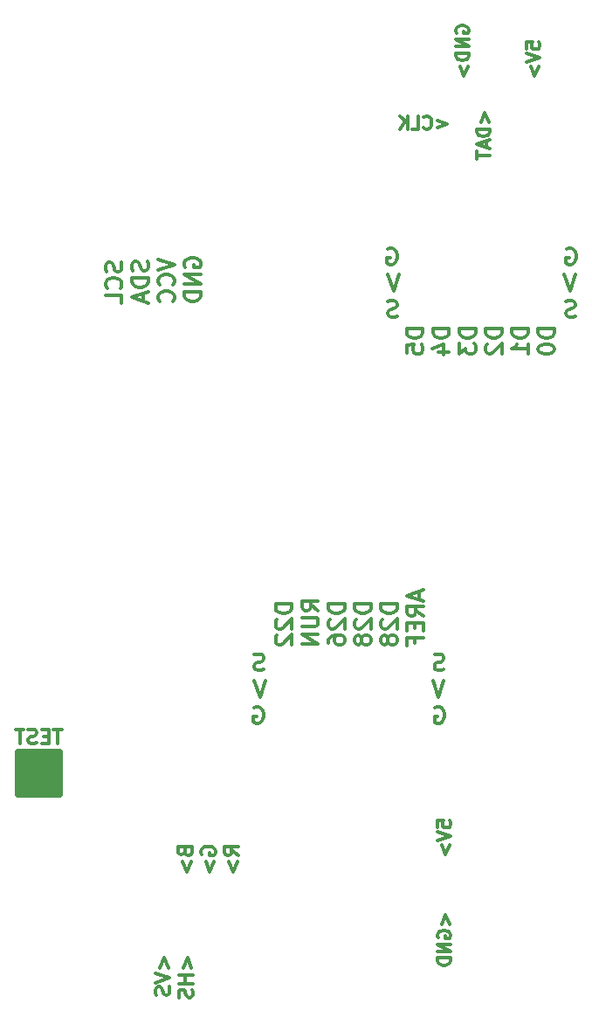
<source format=gbo>
G04 #@! TF.GenerationSoftware,KiCad,Pcbnew,(6.0.1)*
G04 #@! TF.CreationDate,2022-06-18T06:04:39-04:00*
G04 #@! TF.ProjectId,PiPicoMite03,50695069-636f-44d6-9974-6530332e6b69,2*
G04 #@! TF.SameCoordinates,Original*
G04 #@! TF.FileFunction,Legend,Bot*
G04 #@! TF.FilePolarity,Positive*
%FSLAX46Y46*%
G04 Gerber Fmt 4.6, Leading zero omitted, Abs format (unit mm)*
G04 Created by KiCad (PCBNEW (6.0.1)) date 2022-06-18 06:04:39*
%MOMM*%
%LPD*%
G01*
G04 APERTURE LIST*
%ADD10C,0.349250*%
%ADD11C,0.317500*%
%ADD12C,0.304800*%
%ADD13C,0.650000*%
G04 APERTURE END LIST*
D10*
X251293463Y-26398375D02*
X251444654Y-26322779D01*
X251671439Y-26322779D01*
X251898225Y-26398375D01*
X252049416Y-26549565D01*
X252125011Y-26700755D01*
X252200606Y-27003136D01*
X252200606Y-27229922D01*
X252125011Y-27532303D01*
X252049416Y-27683494D01*
X251898225Y-27834684D01*
X251671439Y-27910279D01*
X251520249Y-27910279D01*
X251293463Y-27834684D01*
X251217868Y-27759089D01*
X251217868Y-27229922D01*
X251520249Y-27229922D01*
X252351797Y-28878654D02*
X251822630Y-30466154D01*
X251293463Y-28878654D01*
X252200606Y-32946434D02*
X251973820Y-33022029D01*
X251595844Y-33022029D01*
X251444654Y-32946434D01*
X251369058Y-32870839D01*
X251293463Y-32719648D01*
X251293463Y-32568458D01*
X251369058Y-32417267D01*
X251444654Y-32341672D01*
X251595844Y-32266077D01*
X251898225Y-32190482D01*
X252049416Y-32114886D01*
X252125011Y-32039291D01*
X252200606Y-31888101D01*
X252200606Y-31736910D01*
X252125011Y-31585720D01*
X252049416Y-31510125D01*
X251898225Y-31434529D01*
X251520249Y-31434529D01*
X251293463Y-31510125D01*
X256706536Y-67174684D02*
X256479750Y-67250279D01*
X256101774Y-67250279D01*
X255950583Y-67174684D01*
X255874988Y-67099089D01*
X255799393Y-66947898D01*
X255799393Y-66796708D01*
X255874988Y-66645517D01*
X255950583Y-66569922D01*
X256101774Y-66494327D01*
X256404155Y-66418732D01*
X256555345Y-66343136D01*
X256630941Y-66267541D01*
X256706536Y-66116351D01*
X256706536Y-65965160D01*
X256630941Y-65813970D01*
X256555345Y-65738375D01*
X256404155Y-65662779D01*
X256026179Y-65662779D01*
X255799393Y-65738375D01*
X256706536Y-68218654D02*
X256177369Y-69806154D01*
X255648202Y-68218654D01*
X255874988Y-70850125D02*
X256026179Y-70774529D01*
X256252964Y-70774529D01*
X256479750Y-70850125D01*
X256630941Y-71001315D01*
X256706536Y-71152505D01*
X256782131Y-71454886D01*
X256782131Y-71681672D01*
X256706536Y-71984053D01*
X256630941Y-72135244D01*
X256479750Y-72286434D01*
X256252964Y-72362029D01*
X256101774Y-72362029D01*
X255874988Y-72286434D01*
X255799393Y-72210839D01*
X255799393Y-71681672D01*
X256101774Y-71681672D01*
X268634988Y-26398375D02*
X268786179Y-26322779D01*
X269012964Y-26322779D01*
X269239750Y-26398375D01*
X269390941Y-26549565D01*
X269466536Y-26700755D01*
X269542131Y-27003136D01*
X269542131Y-27229922D01*
X269466536Y-27532303D01*
X269390941Y-27683494D01*
X269239750Y-27834684D01*
X269012964Y-27910279D01*
X268861774Y-27910279D01*
X268634988Y-27834684D01*
X268559393Y-27759089D01*
X268559393Y-27229922D01*
X268861774Y-27229922D01*
X269466536Y-28878654D02*
X268937369Y-30466154D01*
X268408202Y-28878654D01*
X269466536Y-32946434D02*
X269239750Y-33022029D01*
X268861774Y-33022029D01*
X268710583Y-32946434D01*
X268634988Y-32870839D01*
X268559393Y-32719648D01*
X268559393Y-32568458D01*
X268634988Y-32417267D01*
X268710583Y-32341672D01*
X268861774Y-32266077D01*
X269164155Y-32190482D01*
X269315345Y-32114886D01*
X269390941Y-32039291D01*
X269466536Y-31888101D01*
X269466536Y-31736910D01*
X269390941Y-31585720D01*
X269315345Y-31510125D01*
X269164155Y-31434529D01*
X268786179Y-31434529D01*
X268559393Y-31510125D01*
X239246606Y-67174684D02*
X239019820Y-67250279D01*
X238641844Y-67250279D01*
X238490654Y-67174684D01*
X238415058Y-67099089D01*
X238339463Y-66947898D01*
X238339463Y-66796708D01*
X238415058Y-66645517D01*
X238490654Y-66569922D01*
X238641844Y-66494327D01*
X238944225Y-66418732D01*
X239095416Y-66343136D01*
X239171011Y-66267541D01*
X239246606Y-66116351D01*
X239246606Y-65965160D01*
X239171011Y-65813970D01*
X239095416Y-65738375D01*
X238944225Y-65662779D01*
X238566249Y-65662779D01*
X238339463Y-65738375D01*
X239397797Y-68218654D02*
X238868630Y-69806154D01*
X238339463Y-68218654D01*
X238339463Y-70850125D02*
X238490654Y-70774529D01*
X238717439Y-70774529D01*
X238944225Y-70850125D01*
X239095416Y-71001315D01*
X239171011Y-71152505D01*
X239246606Y-71454886D01*
X239246606Y-71681672D01*
X239171011Y-71984053D01*
X239095416Y-72135244D01*
X238944225Y-72286434D01*
X238717439Y-72362029D01*
X238566249Y-72362029D01*
X238339463Y-72286434D01*
X238263868Y-72210839D01*
X238263868Y-71681672D01*
X238566249Y-71681672D01*
D11*
X260331857Y-14176375D02*
X260694714Y-13208755D01*
X261057571Y-14176375D01*
X261178523Y-14781136D02*
X259908523Y-14781136D01*
X259908523Y-15083517D01*
X259969000Y-15264946D01*
X260089952Y-15385898D01*
X260210904Y-15446375D01*
X260452809Y-15506851D01*
X260634238Y-15506851D01*
X260876142Y-15446375D01*
X260997095Y-15385898D01*
X261118047Y-15264946D01*
X261178523Y-15083517D01*
X261178523Y-14781136D01*
X260815666Y-15990660D02*
X260815666Y-16595422D01*
X261178523Y-15869708D02*
X259908523Y-16293041D01*
X261178523Y-16716375D01*
X259908523Y-16958279D02*
X259908523Y-17683994D01*
X261178523Y-17321136D02*
X259908523Y-17321136D01*
X256079625Y-13951857D02*
X257047244Y-14314714D01*
X256079625Y-14677571D01*
X254749148Y-14677571D02*
X254809625Y-14738047D01*
X254991053Y-14798523D01*
X255112005Y-14798523D01*
X255293434Y-14738047D01*
X255414386Y-14617095D01*
X255474863Y-14496142D01*
X255535339Y-14254238D01*
X255535339Y-14072809D01*
X255474863Y-13830904D01*
X255414386Y-13709952D01*
X255293434Y-13589000D01*
X255112005Y-13528523D01*
X254991053Y-13528523D01*
X254809625Y-13589000D01*
X254749148Y-13649476D01*
X253600101Y-14798523D02*
X254204863Y-14798523D01*
X254204863Y-13528523D01*
X253176767Y-14798523D02*
X253176767Y-13528523D01*
X252451053Y-14798523D02*
X252995339Y-14072809D01*
X252451053Y-13528523D02*
X253176767Y-14254238D01*
X257937000Y-5478386D02*
X257876523Y-5357434D01*
X257876523Y-5176005D01*
X257937000Y-4994577D01*
X258057952Y-4873625D01*
X258178904Y-4813148D01*
X258420809Y-4752672D01*
X258602238Y-4752672D01*
X258844142Y-4813148D01*
X258965095Y-4873625D01*
X259086047Y-4994577D01*
X259146523Y-5176005D01*
X259146523Y-5296958D01*
X259086047Y-5478386D01*
X259025571Y-5538863D01*
X258602238Y-5538863D01*
X258602238Y-5296958D01*
X259146523Y-6083148D02*
X257876523Y-6083148D01*
X259146523Y-6808863D01*
X257876523Y-6808863D01*
X259146523Y-7413625D02*
X257876523Y-7413625D01*
X257876523Y-7716005D01*
X257937000Y-7897434D01*
X258057952Y-8018386D01*
X258178904Y-8078863D01*
X258420809Y-8139339D01*
X258602238Y-8139339D01*
X258844142Y-8078863D01*
X258965095Y-8018386D01*
X259086047Y-7897434D01*
X259146523Y-7716005D01*
X259146523Y-7413625D01*
X258299857Y-8683625D02*
X258662714Y-9651244D01*
X259025571Y-8683625D01*
X264734523Y-6990291D02*
X264734523Y-6385529D01*
X265339285Y-6325053D01*
X265278809Y-6385529D01*
X265218333Y-6506482D01*
X265218333Y-6808863D01*
X265278809Y-6929815D01*
X265339285Y-6990291D01*
X265460238Y-7050767D01*
X265762619Y-7050767D01*
X265883571Y-6990291D01*
X265944047Y-6929815D01*
X266004523Y-6808863D01*
X266004523Y-6506482D01*
X265944047Y-6385529D01*
X265883571Y-6325053D01*
X264734523Y-7413625D02*
X266004523Y-7836958D01*
X264734523Y-8260291D01*
X265157857Y-8683625D02*
X265520714Y-9651244D01*
X265883571Y-8683625D01*
X256521857Y-91900375D02*
X256884714Y-90932755D01*
X257247571Y-91900375D01*
X256159000Y-93170375D02*
X256098523Y-93049422D01*
X256098523Y-92867994D01*
X256159000Y-92686565D01*
X256279952Y-92565613D01*
X256400904Y-92505136D01*
X256642809Y-92444660D01*
X256824238Y-92444660D01*
X257066142Y-92505136D01*
X257187095Y-92565613D01*
X257308047Y-92686565D01*
X257368523Y-92867994D01*
X257368523Y-92988946D01*
X257308047Y-93170375D01*
X257247571Y-93230851D01*
X256824238Y-93230851D01*
X256824238Y-92988946D01*
X257368523Y-93775136D02*
X256098523Y-93775136D01*
X257368523Y-94500851D01*
X256098523Y-94500851D01*
X257368523Y-95105613D02*
X256098523Y-95105613D01*
X256098523Y-95407994D01*
X256159000Y-95589422D01*
X256279952Y-95710375D01*
X256400904Y-95770851D01*
X256642809Y-95831327D01*
X256824238Y-95831327D01*
X257066142Y-95770851D01*
X257187095Y-95710375D01*
X257308047Y-95589422D01*
X257368523Y-95407994D01*
X257368523Y-95105613D01*
X256098523Y-82428291D02*
X256098523Y-81823529D01*
X256703285Y-81763053D01*
X256642809Y-81823529D01*
X256582333Y-81944482D01*
X256582333Y-82246863D01*
X256642809Y-82367815D01*
X256703285Y-82428291D01*
X256824238Y-82488767D01*
X257126619Y-82488767D01*
X257247571Y-82428291D01*
X257308047Y-82367815D01*
X257368523Y-82246863D01*
X257368523Y-81944482D01*
X257308047Y-81823529D01*
X257247571Y-81763053D01*
X256098523Y-82851625D02*
X257368523Y-83274958D01*
X256098523Y-83698291D01*
X256521857Y-84121625D02*
X256884714Y-85089244D01*
X257247571Y-84121625D01*
D10*
X231585044Y-84820654D02*
X231651568Y-85020225D01*
X231718091Y-85086749D01*
X231851139Y-85153273D01*
X232050710Y-85153273D01*
X232183758Y-85086749D01*
X232250282Y-85020225D01*
X232316806Y-84887177D01*
X232316806Y-84354987D01*
X230919806Y-84354987D01*
X230919806Y-84820654D01*
X230986330Y-84953701D01*
X231052853Y-85020225D01*
X231185901Y-85086749D01*
X231318949Y-85086749D01*
X231451996Y-85020225D01*
X231518520Y-84953701D01*
X231585044Y-84820654D01*
X231585044Y-84354987D01*
X231385472Y-85751987D02*
X231784615Y-86816368D01*
X232183758Y-85751987D01*
X233235500Y-85086749D02*
X233168976Y-84953701D01*
X233168976Y-84754130D01*
X233235500Y-84554558D01*
X233368547Y-84421511D01*
X233501595Y-84354987D01*
X233767690Y-84288463D01*
X233967261Y-84288463D01*
X234233357Y-84354987D01*
X234366404Y-84421511D01*
X234499452Y-84554558D01*
X234565976Y-84754130D01*
X234565976Y-84887177D01*
X234499452Y-85086749D01*
X234432928Y-85153273D01*
X233967261Y-85153273D01*
X233967261Y-84887177D01*
X233634642Y-85751987D02*
X234033785Y-86816368D01*
X234432928Y-85751987D01*
X236815146Y-85153273D02*
X236149908Y-84687606D01*
X236815146Y-84354987D02*
X235418146Y-84354987D01*
X235418146Y-84887177D01*
X235484670Y-85020225D01*
X235551193Y-85086749D01*
X235684241Y-85153273D01*
X235883812Y-85153273D01*
X236016860Y-85086749D01*
X236083384Y-85020225D01*
X236149908Y-84887177D01*
X236149908Y-84354987D01*
X235883812Y-85751987D02*
X236282955Y-86816368D01*
X236682098Y-85751987D01*
X229208057Y-96112012D02*
X229607200Y-95047631D01*
X230006343Y-96112012D01*
X228742391Y-96577679D02*
X230139391Y-97043345D01*
X228742391Y-97509012D01*
X230072867Y-97908155D02*
X230139391Y-98107726D01*
X230139391Y-98440345D01*
X230072867Y-98573393D01*
X230006343Y-98639917D01*
X229873295Y-98706441D01*
X229740248Y-98706441D01*
X229607200Y-98639917D01*
X229540676Y-98573393D01*
X229474153Y-98440345D01*
X229407629Y-98174250D01*
X229341105Y-98041202D01*
X229274581Y-97974679D01*
X229141534Y-97908155D01*
X229008486Y-97908155D01*
X228875438Y-97974679D01*
X228808915Y-98041202D01*
X228742391Y-98174250D01*
X228742391Y-98506869D01*
X228808915Y-98706441D01*
X231457227Y-96112012D02*
X231856370Y-95047631D01*
X232255513Y-96112012D01*
X232388561Y-96777250D02*
X230991561Y-96777250D01*
X231656799Y-96777250D02*
X231656799Y-97575536D01*
X232388561Y-97575536D02*
X230991561Y-97575536D01*
X232322037Y-98174250D02*
X232388561Y-98373822D01*
X232388561Y-98706441D01*
X232322037Y-98839488D01*
X232255513Y-98906012D01*
X232122465Y-98972536D01*
X231989418Y-98972536D01*
X231856370Y-98906012D01*
X231789846Y-98839488D01*
X231723323Y-98706441D01*
X231656799Y-98440345D01*
X231590275Y-98307298D01*
X231523751Y-98240774D01*
X231390704Y-98174250D01*
X231257656Y-98174250D01*
X231124608Y-98240774D01*
X231058085Y-98307298D01*
X230991561Y-98440345D01*
X230991561Y-98772964D01*
X231058085Y-98972536D01*
X225408747Y-27694844D02*
X225484342Y-27921630D01*
X225484342Y-28299606D01*
X225408747Y-28450797D01*
X225333152Y-28526392D01*
X225181961Y-28601987D01*
X225030771Y-28601987D01*
X224879580Y-28526392D01*
X224803985Y-28450797D01*
X224728390Y-28299606D01*
X224652795Y-27997225D01*
X224577199Y-27846035D01*
X224501604Y-27770439D01*
X224350414Y-27694844D01*
X224199223Y-27694844D01*
X224048033Y-27770439D01*
X223972438Y-27846035D01*
X223896842Y-27997225D01*
X223896842Y-28375201D01*
X223972438Y-28601987D01*
X225333152Y-30189487D02*
X225408747Y-30113892D01*
X225484342Y-29887106D01*
X225484342Y-29735916D01*
X225408747Y-29509130D01*
X225257557Y-29357939D01*
X225106366Y-29282344D01*
X224803985Y-29206749D01*
X224577199Y-29206749D01*
X224274818Y-29282344D01*
X224123628Y-29357939D01*
X223972438Y-29509130D01*
X223896842Y-29735916D01*
X223896842Y-29887106D01*
X223972438Y-30113892D01*
X224048033Y-30189487D01*
X225484342Y-31625797D02*
X225484342Y-30869844D01*
X223896842Y-30869844D01*
X227964622Y-27619249D02*
X228040217Y-27846035D01*
X228040217Y-28224011D01*
X227964622Y-28375201D01*
X227889027Y-28450797D01*
X227737836Y-28526392D01*
X227586646Y-28526392D01*
X227435455Y-28450797D01*
X227359860Y-28375201D01*
X227284265Y-28224011D01*
X227208670Y-27921630D01*
X227133074Y-27770439D01*
X227057479Y-27694844D01*
X226906289Y-27619249D01*
X226755098Y-27619249D01*
X226603908Y-27694844D01*
X226528313Y-27770439D01*
X226452717Y-27921630D01*
X226452717Y-28299606D01*
X226528313Y-28526392D01*
X228040217Y-29206749D02*
X226452717Y-29206749D01*
X226452717Y-29584725D01*
X226528313Y-29811511D01*
X226679503Y-29962701D01*
X226830693Y-30038297D01*
X227133074Y-30113892D01*
X227359860Y-30113892D01*
X227662241Y-30038297D01*
X227813432Y-29962701D01*
X227964622Y-29811511D01*
X228040217Y-29584725D01*
X228040217Y-29206749D01*
X227586646Y-30718654D02*
X227586646Y-31474606D01*
X228040217Y-30567463D02*
X226452717Y-31096630D01*
X228040217Y-31625797D01*
X229008592Y-27392463D02*
X230596092Y-27921630D01*
X229008592Y-28450797D01*
X230444902Y-29887106D02*
X230520497Y-29811511D01*
X230596092Y-29584725D01*
X230596092Y-29433535D01*
X230520497Y-29206749D01*
X230369307Y-29055558D01*
X230218116Y-28979963D01*
X229915735Y-28904368D01*
X229688949Y-28904368D01*
X229386568Y-28979963D01*
X229235378Y-29055558D01*
X229084188Y-29206749D01*
X229008592Y-29433535D01*
X229008592Y-29584725D01*
X229084188Y-29811511D01*
X229159783Y-29887106D01*
X230444902Y-31474606D02*
X230520497Y-31399011D01*
X230596092Y-31172225D01*
X230596092Y-31021035D01*
X230520497Y-30794249D01*
X230369307Y-30643058D01*
X230218116Y-30567463D01*
X229915735Y-30491868D01*
X229688949Y-30491868D01*
X229386568Y-30567463D01*
X229235378Y-30643058D01*
X229084188Y-30794249D01*
X229008592Y-31021035D01*
X229008592Y-31172225D01*
X229084188Y-31399011D01*
X229159783Y-31474606D01*
X231640063Y-28148416D02*
X231564467Y-27997225D01*
X231564467Y-27770439D01*
X231640063Y-27543654D01*
X231791253Y-27392463D01*
X231942443Y-27316868D01*
X232244824Y-27241273D01*
X232471610Y-27241273D01*
X232773991Y-27316868D01*
X232925182Y-27392463D01*
X233076372Y-27543654D01*
X233151967Y-27770439D01*
X233151967Y-27921630D01*
X233076372Y-28148416D01*
X233000777Y-28224011D01*
X232471610Y-28224011D01*
X232471610Y-27921630D01*
X233151967Y-28904368D02*
X231564467Y-28904368D01*
X233151967Y-29811511D01*
X231564467Y-29811511D01*
X233151967Y-30567463D02*
X231564467Y-30567463D01*
X231564467Y-30945439D01*
X231640063Y-31172225D01*
X231791253Y-31323416D01*
X231942443Y-31399011D01*
X232244824Y-31474606D01*
X232471610Y-31474606D01*
X232773991Y-31399011D01*
X232925182Y-31323416D01*
X233076372Y-31172225D01*
X233151967Y-30945439D01*
X233151967Y-30567463D01*
X254678467Y-34132988D02*
X253090967Y-34132988D01*
X253090967Y-34510964D01*
X253166563Y-34737750D01*
X253317753Y-34888941D01*
X253468943Y-34964536D01*
X253771324Y-35040131D01*
X253998110Y-35040131D01*
X254300491Y-34964536D01*
X254451682Y-34888941D01*
X254602872Y-34737750D01*
X254678467Y-34510964D01*
X254678467Y-34132988D01*
X253090967Y-36476441D02*
X253090967Y-35720488D01*
X253846920Y-35644893D01*
X253771324Y-35720488D01*
X253695729Y-35871679D01*
X253695729Y-36249655D01*
X253771324Y-36400845D01*
X253846920Y-36476441D01*
X253998110Y-36552036D01*
X254376086Y-36552036D01*
X254527277Y-36476441D01*
X254602872Y-36400845D01*
X254678467Y-36249655D01*
X254678467Y-35871679D01*
X254602872Y-35720488D01*
X254527277Y-35644893D01*
X257234342Y-34132988D02*
X255646842Y-34132988D01*
X255646842Y-34510964D01*
X255722438Y-34737750D01*
X255873628Y-34888941D01*
X256024818Y-34964536D01*
X256327199Y-35040131D01*
X256553985Y-35040131D01*
X256856366Y-34964536D01*
X257007557Y-34888941D01*
X257158747Y-34737750D01*
X257234342Y-34510964D01*
X257234342Y-34132988D01*
X256176009Y-36400845D02*
X257234342Y-36400845D01*
X255571247Y-36022869D02*
X256705176Y-35644893D01*
X256705176Y-36627631D01*
X259790217Y-34132988D02*
X258202717Y-34132988D01*
X258202717Y-34510964D01*
X258278313Y-34737750D01*
X258429503Y-34888941D01*
X258580693Y-34964536D01*
X258883074Y-35040131D01*
X259109860Y-35040131D01*
X259412241Y-34964536D01*
X259563432Y-34888941D01*
X259714622Y-34737750D01*
X259790217Y-34510964D01*
X259790217Y-34132988D01*
X258202717Y-35569298D02*
X258202717Y-36552036D01*
X258807479Y-36022869D01*
X258807479Y-36249655D01*
X258883074Y-36400845D01*
X258958670Y-36476441D01*
X259109860Y-36552036D01*
X259487836Y-36552036D01*
X259639027Y-36476441D01*
X259714622Y-36400845D01*
X259790217Y-36249655D01*
X259790217Y-35796083D01*
X259714622Y-35644893D01*
X259639027Y-35569298D01*
X262346092Y-34132988D02*
X260758592Y-34132988D01*
X260758592Y-34510964D01*
X260834188Y-34737750D01*
X260985378Y-34888941D01*
X261136568Y-34964536D01*
X261438949Y-35040131D01*
X261665735Y-35040131D01*
X261968116Y-34964536D01*
X262119307Y-34888941D01*
X262270497Y-34737750D01*
X262346092Y-34510964D01*
X262346092Y-34132988D01*
X260909783Y-35644893D02*
X260834188Y-35720488D01*
X260758592Y-35871679D01*
X260758592Y-36249655D01*
X260834188Y-36400845D01*
X260909783Y-36476441D01*
X261060973Y-36552036D01*
X261212164Y-36552036D01*
X261438949Y-36476441D01*
X262346092Y-35569298D01*
X262346092Y-36552036D01*
X264901967Y-34132988D02*
X263314467Y-34132988D01*
X263314467Y-34510964D01*
X263390063Y-34737750D01*
X263541253Y-34888941D01*
X263692443Y-34964536D01*
X263994824Y-35040131D01*
X264221610Y-35040131D01*
X264523991Y-34964536D01*
X264675182Y-34888941D01*
X264826372Y-34737750D01*
X264901967Y-34510964D01*
X264901967Y-34132988D01*
X264901967Y-36552036D02*
X264901967Y-35644893D01*
X264901967Y-36098464D02*
X263314467Y-36098464D01*
X263541253Y-35947274D01*
X263692443Y-35796083D01*
X263768039Y-35644893D01*
X267457842Y-34132988D02*
X265870342Y-34132988D01*
X265870342Y-34510964D01*
X265945938Y-34737750D01*
X266097128Y-34888941D01*
X266248318Y-34964536D01*
X266550699Y-35040131D01*
X266777485Y-35040131D01*
X267079866Y-34964536D01*
X267231057Y-34888941D01*
X267382247Y-34737750D01*
X267457842Y-34510964D01*
X267457842Y-34132988D01*
X265870342Y-36022869D02*
X265870342Y-36174060D01*
X265945938Y-36325250D01*
X266021533Y-36400845D01*
X266172723Y-36476441D01*
X266475104Y-36552036D01*
X266853080Y-36552036D01*
X267155461Y-36476441D01*
X267306652Y-36400845D01*
X267382247Y-36325250D01*
X267457842Y-36174060D01*
X267457842Y-36022869D01*
X267382247Y-35871679D01*
X267306652Y-35796083D01*
X267155461Y-35720488D01*
X266853080Y-35644893D01*
X266475104Y-35644893D01*
X266172723Y-35720488D01*
X266021533Y-35796083D01*
X265945938Y-35871679D01*
X265870342Y-36022869D01*
X241978467Y-60817654D02*
X240390967Y-60817654D01*
X240390967Y-61195630D01*
X240466563Y-61422416D01*
X240617753Y-61573606D01*
X240768943Y-61649201D01*
X241071324Y-61724797D01*
X241298110Y-61724797D01*
X241600491Y-61649201D01*
X241751682Y-61573606D01*
X241902872Y-61422416D01*
X241978467Y-61195630D01*
X241978467Y-60817654D01*
X240542158Y-62329558D02*
X240466563Y-62405154D01*
X240390967Y-62556344D01*
X240390967Y-62934320D01*
X240466563Y-63085511D01*
X240542158Y-63161106D01*
X240693348Y-63236701D01*
X240844539Y-63236701D01*
X241071324Y-63161106D01*
X241978467Y-62253963D01*
X241978467Y-63236701D01*
X240542158Y-63841463D02*
X240466563Y-63917058D01*
X240390967Y-64068249D01*
X240390967Y-64446225D01*
X240466563Y-64597416D01*
X240542158Y-64673011D01*
X240693348Y-64748606D01*
X240844539Y-64748606D01*
X241071324Y-64673011D01*
X241978467Y-63765868D01*
X241978467Y-64748606D01*
X244534342Y-61422416D02*
X243778390Y-60893249D01*
X244534342Y-60515273D02*
X242946842Y-60515273D01*
X242946842Y-61120035D01*
X243022438Y-61271225D01*
X243098033Y-61346820D01*
X243249223Y-61422416D01*
X243476009Y-61422416D01*
X243627199Y-61346820D01*
X243702795Y-61271225D01*
X243778390Y-61120035D01*
X243778390Y-60515273D01*
X242946842Y-62102773D02*
X244231961Y-62102773D01*
X244383152Y-62178368D01*
X244458747Y-62253963D01*
X244534342Y-62405154D01*
X244534342Y-62707535D01*
X244458747Y-62858725D01*
X244383152Y-62934320D01*
X244231961Y-63009916D01*
X242946842Y-63009916D01*
X244534342Y-63765868D02*
X242946842Y-63765868D01*
X244534342Y-64673011D01*
X242946842Y-64673011D01*
X247090217Y-60817654D02*
X245502717Y-60817654D01*
X245502717Y-61195630D01*
X245578313Y-61422416D01*
X245729503Y-61573606D01*
X245880693Y-61649201D01*
X246183074Y-61724797D01*
X246409860Y-61724797D01*
X246712241Y-61649201D01*
X246863432Y-61573606D01*
X247014622Y-61422416D01*
X247090217Y-61195630D01*
X247090217Y-60817654D01*
X245653908Y-62329558D02*
X245578313Y-62405154D01*
X245502717Y-62556344D01*
X245502717Y-62934320D01*
X245578313Y-63085511D01*
X245653908Y-63161106D01*
X245805098Y-63236701D01*
X245956289Y-63236701D01*
X246183074Y-63161106D01*
X247090217Y-62253963D01*
X247090217Y-63236701D01*
X245502717Y-64597416D02*
X245502717Y-64295035D01*
X245578313Y-64143844D01*
X245653908Y-64068249D01*
X245880693Y-63917058D01*
X246183074Y-63841463D01*
X246787836Y-63841463D01*
X246939027Y-63917058D01*
X247014622Y-63992654D01*
X247090217Y-64143844D01*
X247090217Y-64446225D01*
X247014622Y-64597416D01*
X246939027Y-64673011D01*
X246787836Y-64748606D01*
X246409860Y-64748606D01*
X246258670Y-64673011D01*
X246183074Y-64597416D01*
X246107479Y-64446225D01*
X246107479Y-64143844D01*
X246183074Y-63992654D01*
X246258670Y-63917058D01*
X246409860Y-63841463D01*
X249646092Y-60817654D02*
X248058592Y-60817654D01*
X248058592Y-61195630D01*
X248134188Y-61422416D01*
X248285378Y-61573606D01*
X248436568Y-61649201D01*
X248738949Y-61724797D01*
X248965735Y-61724797D01*
X249268116Y-61649201D01*
X249419307Y-61573606D01*
X249570497Y-61422416D01*
X249646092Y-61195630D01*
X249646092Y-60817654D01*
X248209783Y-62329558D02*
X248134188Y-62405154D01*
X248058592Y-62556344D01*
X248058592Y-62934320D01*
X248134188Y-63085511D01*
X248209783Y-63161106D01*
X248360973Y-63236701D01*
X248512164Y-63236701D01*
X248738949Y-63161106D01*
X249646092Y-62253963D01*
X249646092Y-63236701D01*
X248738949Y-64143844D02*
X248663354Y-63992654D01*
X248587759Y-63917058D01*
X248436568Y-63841463D01*
X248360973Y-63841463D01*
X248209783Y-63917058D01*
X248134188Y-63992654D01*
X248058592Y-64143844D01*
X248058592Y-64446225D01*
X248134188Y-64597416D01*
X248209783Y-64673011D01*
X248360973Y-64748606D01*
X248436568Y-64748606D01*
X248587759Y-64673011D01*
X248663354Y-64597416D01*
X248738949Y-64446225D01*
X248738949Y-64143844D01*
X248814545Y-63992654D01*
X248890140Y-63917058D01*
X249041330Y-63841463D01*
X249343711Y-63841463D01*
X249494902Y-63917058D01*
X249570497Y-63992654D01*
X249646092Y-64143844D01*
X249646092Y-64446225D01*
X249570497Y-64597416D01*
X249494902Y-64673011D01*
X249343711Y-64748606D01*
X249041330Y-64748606D01*
X248890140Y-64673011D01*
X248814545Y-64597416D01*
X248738949Y-64446225D01*
X252201967Y-60817654D02*
X250614467Y-60817654D01*
X250614467Y-61195630D01*
X250690063Y-61422416D01*
X250841253Y-61573606D01*
X250992443Y-61649201D01*
X251294824Y-61724797D01*
X251521610Y-61724797D01*
X251823991Y-61649201D01*
X251975182Y-61573606D01*
X252126372Y-61422416D01*
X252201967Y-61195630D01*
X252201967Y-60817654D01*
X250765658Y-62329558D02*
X250690063Y-62405154D01*
X250614467Y-62556344D01*
X250614467Y-62934320D01*
X250690063Y-63085511D01*
X250765658Y-63161106D01*
X250916848Y-63236701D01*
X251068039Y-63236701D01*
X251294824Y-63161106D01*
X252201967Y-62253963D01*
X252201967Y-63236701D01*
X251294824Y-64143844D02*
X251219229Y-63992654D01*
X251143634Y-63917058D01*
X250992443Y-63841463D01*
X250916848Y-63841463D01*
X250765658Y-63917058D01*
X250690063Y-63992654D01*
X250614467Y-64143844D01*
X250614467Y-64446225D01*
X250690063Y-64597416D01*
X250765658Y-64673011D01*
X250916848Y-64748606D01*
X250992443Y-64748606D01*
X251143634Y-64673011D01*
X251219229Y-64597416D01*
X251294824Y-64446225D01*
X251294824Y-64143844D01*
X251370420Y-63992654D01*
X251446015Y-63917058D01*
X251597205Y-63841463D01*
X251899586Y-63841463D01*
X252050777Y-63917058D01*
X252126372Y-63992654D01*
X252201967Y-64143844D01*
X252201967Y-64446225D01*
X252126372Y-64597416D01*
X252050777Y-64673011D01*
X251899586Y-64748606D01*
X251597205Y-64748606D01*
X251446015Y-64673011D01*
X251370420Y-64597416D01*
X251294824Y-64446225D01*
X254304271Y-59608130D02*
X254304271Y-60364082D01*
X254757842Y-59456939D02*
X253170342Y-59986106D01*
X254757842Y-60515273D01*
X254757842Y-61951582D02*
X254001890Y-61422416D01*
X254757842Y-61044439D02*
X253170342Y-61044439D01*
X253170342Y-61649201D01*
X253245938Y-61800392D01*
X253321533Y-61875987D01*
X253472723Y-61951582D01*
X253699509Y-61951582D01*
X253850699Y-61875987D01*
X253926295Y-61800392D01*
X254001890Y-61649201D01*
X254001890Y-61044439D01*
X253926295Y-62631939D02*
X253926295Y-63161106D01*
X254757842Y-63387892D02*
X254757842Y-62631939D01*
X253170342Y-62631939D01*
X253170342Y-63387892D01*
X253926295Y-64597416D02*
X253926295Y-64068249D01*
X254757842Y-64068249D02*
X253170342Y-64068249D01*
X253170342Y-64824201D01*
D12*
X219652547Y-72950983D02*
X218854261Y-72950983D01*
X219253404Y-74347983D02*
X219253404Y-72950983D01*
X218388595Y-73616221D02*
X217922928Y-73616221D01*
X217723357Y-74347983D02*
X218388595Y-74347983D01*
X218388595Y-72950983D01*
X217723357Y-72950983D01*
X217191166Y-74281459D02*
X216991595Y-74347983D01*
X216658976Y-74347983D01*
X216525928Y-74281459D01*
X216459404Y-74214935D01*
X216392880Y-74081887D01*
X216392880Y-73948840D01*
X216459404Y-73815792D01*
X216525928Y-73749268D01*
X216658976Y-73682745D01*
X216925071Y-73616221D01*
X217058119Y-73549697D01*
X217124642Y-73483173D01*
X217191166Y-73350126D01*
X217191166Y-73217078D01*
X217124642Y-73084030D01*
X217058119Y-73017507D01*
X216925071Y-72950983D01*
X216592452Y-72950983D01*
X216392880Y-73017507D01*
X215993738Y-72950983D02*
X215195452Y-72950983D01*
X215594595Y-74347983D02*
X215594595Y-72950983D01*
D13*
X215424000Y-76716000D02*
X219424000Y-76716000D01*
X219424000Y-76216000D02*
X215424000Y-76216000D01*
X219424000Y-75716000D02*
X219424000Y-76216000D01*
X219424000Y-76716000D02*
X219424000Y-77216000D01*
X215424000Y-79216000D02*
X215424000Y-75216000D01*
X215424000Y-75216000D02*
X219424000Y-75216000D01*
X219424000Y-75216000D02*
X219424000Y-79216000D01*
X215424000Y-75216000D02*
X215424000Y-75716000D01*
X215424000Y-77216000D02*
X215424000Y-77716000D01*
X215424000Y-78216000D02*
X215424000Y-78716000D01*
X219424000Y-79216000D02*
X215424000Y-79216000D01*
X215424000Y-78716000D02*
X219424000Y-78716000D01*
X219424000Y-77716000D02*
X219424000Y-78216000D01*
X215424000Y-77716000D02*
X218924000Y-77716000D01*
X219424000Y-78216000D02*
X215424000Y-78216000D01*
X219424000Y-77216000D02*
X215424000Y-77216000D01*
X215424000Y-75716000D02*
X219424000Y-75716000D01*
X215424000Y-76216000D02*
X215424000Y-76716000D01*
X218924000Y-77716000D02*
X219424000Y-77716000D01*
M02*

</source>
